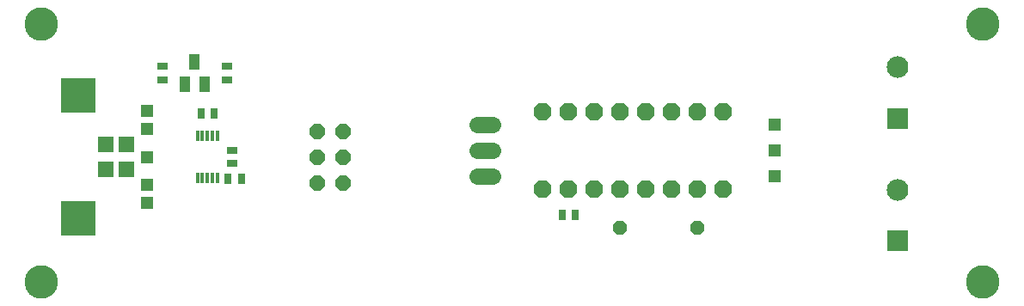
<source format=gts>
G75*
G70*
%OFA0B0*%
%FSLAX24Y24*%
%IPPOS*%
%LPD*%
%AMOC8*
5,1,8,0,0,1.08239X$1,22.5*
%
%ADD10C,0.1300*%
%ADD11R,0.1346X0.1346*%
%ADD12R,0.0602X0.0602*%
%ADD13R,0.0516X0.0516*%
%ADD14OC8,0.0670*%
%ADD15R,0.0138X0.0434*%
%ADD16R,0.0316X0.0394*%
%ADD17R,0.0394X0.0316*%
%ADD18R,0.0434X0.0591*%
%ADD19OC8,0.0560*%
%ADD20C,0.0640*%
%ADD21OC8,0.0600*%
%ADD22R,0.0840X0.0840*%
%ADD23C,0.0840*%
D10*
X002631Y001431D03*
X002631Y011431D03*
X039131Y011431D03*
X039131Y001431D03*
D11*
X004081Y003911D03*
X004081Y008651D03*
D12*
X005148Y006774D03*
X005935Y006774D03*
X005935Y005789D03*
X005148Y005789D03*
D13*
X006723Y006281D03*
X006723Y005199D03*
X006723Y004510D03*
X006723Y007364D03*
X006723Y008053D03*
X031081Y007531D03*
X031081Y006531D03*
X031081Y005531D03*
D14*
X029081Y005031D03*
X028081Y005031D03*
X027081Y005031D03*
X026081Y005031D03*
X025081Y005031D03*
X024081Y005031D03*
X023081Y005031D03*
X022081Y005031D03*
X022081Y008031D03*
X023081Y008031D03*
X024081Y008031D03*
X025081Y008031D03*
X026081Y008031D03*
X027081Y008031D03*
X028081Y008031D03*
X029081Y008031D03*
D15*
X009474Y007113D03*
X009278Y007113D03*
X009081Y007113D03*
X008884Y007113D03*
X008687Y007113D03*
X008687Y005449D03*
X008884Y005449D03*
X009081Y005449D03*
X009278Y005449D03*
X009474Y005449D03*
D16*
X009875Y005431D03*
X010387Y005431D03*
X009337Y007981D03*
X008825Y007981D03*
X022825Y004031D03*
X023337Y004031D03*
D17*
X010031Y006026D03*
X010031Y006537D03*
X009831Y009276D03*
X009831Y009787D03*
X007331Y009787D03*
X007331Y009276D03*
D18*
X008207Y009098D03*
X008955Y009098D03*
X008581Y009964D03*
D19*
X025081Y003531D03*
X028081Y003531D03*
D20*
X020131Y005531D02*
X019531Y005531D01*
X019531Y006531D02*
X020131Y006531D01*
X020131Y007531D02*
X019531Y007531D01*
D21*
X014331Y007281D03*
X013331Y007281D03*
X013331Y006281D03*
X014331Y006281D03*
X014331Y005281D03*
X013331Y005281D03*
D22*
X035831Y003031D03*
X035831Y007781D03*
D23*
X035831Y009750D03*
X035831Y005000D03*
M02*

</source>
